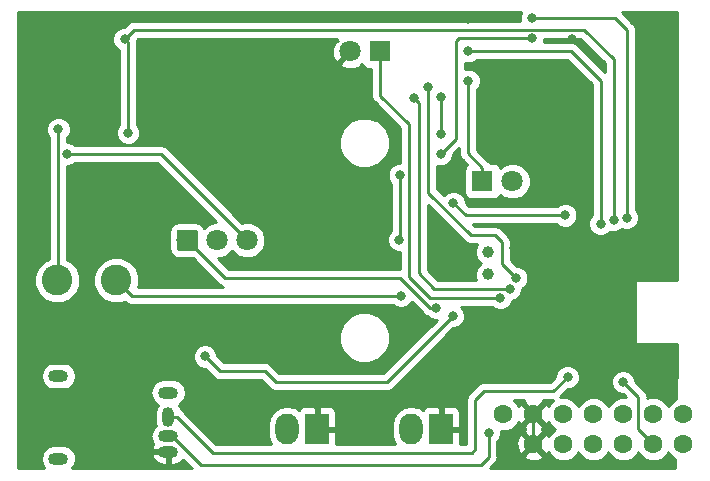
<source format=gbl>
G04 #@! TF.GenerationSoftware,KiCad,Pcbnew,5.0.2-bee76a0~70~ubuntu16.04.1*
G04 #@! TF.CreationDate,2019-02-05T22:35:56+05:30*
G04 #@! TF.ProjectId,senseBe_rev1,73656e73-6542-4655-9f72-6576312e6b69,rev?*
G04 #@! TF.SameCoordinates,Original*
G04 #@! TF.FileFunction,Copper,L2,Bot*
G04 #@! TF.FilePolarity,Positive*
%FSLAX46Y46*%
G04 Gerber Fmt 4.6, Leading zero omitted, Abs format (unit mm)*
G04 Created by KiCad (PCBNEW 5.0.2-bee76a0~70~ubuntu16.04.1) date Tue Feb  5 22:35:56 2019*
%MOMM*%
%LPD*%
G01*
G04 APERTURE LIST*
G04 #@! TA.AperFunction,Conductor*
%ADD10C,0.100000*%
G04 #@! TD*
G04 #@! TA.AperFunction,ComponentPad*
%ADD11C,1.800000*%
G04 #@! TD*
G04 #@! TA.AperFunction,ComponentPad*
%ADD12O,1.700000X1.000000*%
G04 #@! TD*
G04 #@! TA.AperFunction,ComponentPad*
%ADD13O,1.000000X1.700000*%
G04 #@! TD*
G04 #@! TA.AperFunction,ComponentPad*
%ADD14R,1.800000X1.800000*%
G04 #@! TD*
G04 #@! TA.AperFunction,WasherPad*
%ADD15C,1.600000*%
G04 #@! TD*
G04 #@! TA.AperFunction,ComponentPad*
%ADD16C,1.600000*%
G04 #@! TD*
G04 #@! TA.AperFunction,ComponentPad*
%ADD17O,2.000000X2.600000*%
G04 #@! TD*
G04 #@! TA.AperFunction,ComponentPad*
%ADD18R,2.000000X2.600000*%
G04 #@! TD*
G04 #@! TA.AperFunction,ComponentPad*
%ADD19C,1.000000*%
G04 #@! TD*
G04 #@! TA.AperFunction,ComponentPad*
%ADD20C,2.600000*%
G04 #@! TD*
G04 #@! TA.AperFunction,ViaPad*
%ADD21C,0.800000*%
G04 #@! TD*
G04 #@! TA.AperFunction,Conductor*
%ADD22C,0.250000*%
G04 #@! TD*
G04 #@! TA.AperFunction,Conductor*
%ADD23C,0.254000*%
G04 #@! TD*
G04 APERTURE END LIST*
D10*
G04 #@! TO.N,/RX_OUT*
G04 #@! TO.C,U2*
G36*
X15674324Y-19101205D02*
X15698612Y-19104808D01*
X15722429Y-19110774D01*
X15745547Y-19119045D01*
X15767743Y-19129543D01*
X15788804Y-19142166D01*
X15808525Y-19156793D01*
X15826718Y-19173282D01*
X15843207Y-19191475D01*
X15857834Y-19211196D01*
X15870457Y-19232257D01*
X15880955Y-19254453D01*
X15889226Y-19277571D01*
X15895192Y-19301388D01*
X15898795Y-19325676D01*
X15900000Y-19350200D01*
X15900000Y-20649800D01*
X15898795Y-20674324D01*
X15895192Y-20698612D01*
X15889226Y-20722429D01*
X15880955Y-20745547D01*
X15870457Y-20767743D01*
X15857834Y-20788804D01*
X15843207Y-20808525D01*
X15826718Y-20826718D01*
X15808525Y-20843207D01*
X15788804Y-20857834D01*
X15767743Y-20870457D01*
X15745547Y-20880955D01*
X15722429Y-20889226D01*
X15698612Y-20895192D01*
X15674324Y-20898795D01*
X15649800Y-20900000D01*
X14350200Y-20900000D01*
X14325676Y-20898795D01*
X14301388Y-20895192D01*
X14277571Y-20889226D01*
X14254453Y-20880955D01*
X14232257Y-20870457D01*
X14211196Y-20857834D01*
X14191475Y-20843207D01*
X14173282Y-20826718D01*
X14156793Y-20808525D01*
X14142166Y-20788804D01*
X14129543Y-20767743D01*
X14119045Y-20745547D01*
X14110774Y-20722429D01*
X14104808Y-20698612D01*
X14101205Y-20674324D01*
X14100000Y-20649800D01*
X14100000Y-19350200D01*
X14101205Y-19325676D01*
X14104808Y-19301388D01*
X14110774Y-19277571D01*
X14119045Y-19254453D01*
X14129543Y-19232257D01*
X14142166Y-19211196D01*
X14156793Y-19191475D01*
X14173282Y-19173282D01*
X14191475Y-19156793D01*
X14211196Y-19142166D01*
X14232257Y-19129543D01*
X14254453Y-19119045D01*
X14277571Y-19110774D01*
X14301388Y-19104808D01*
X14325676Y-19101205D01*
X14350200Y-19100000D01*
X15649800Y-19100000D01*
X15674324Y-19101205D01*
X15674324Y-19101205D01*
G37*
D11*
G04 #@! TD*
G04 #@! TO.P,U2,1*
G04 #@! TO.N,/RX_OUT*
X15000000Y-20000000D03*
G04 #@! TO.P,U2,2*
G04 #@! TO.N,Net-(Q4-Pad3)*
X17540000Y-20000000D03*
G04 #@! TO.P,U2,3*
G04 #@! TO.N,VDD*
X20080000Y-20000000D03*
G04 #@! TD*
D12*
G04 #@! TO.P,J1,1*
G04 #@! TO.N,GND*
X13400000Y-37900000D03*
D13*
G04 #@! TO.P,J1,2*
G04 #@! TO.N,/TRIGGER*
X13400000Y-35000000D03*
D12*
G04 #@! TO.P,J1,3*
G04 #@! TO.N,/FOCUS*
X13400000Y-36600000D03*
G04 #@! TO.P,J1,4*
G04 #@! TO.N,/TRIGGER*
X13400000Y-32900000D03*
G04 #@! TO.P,J1,*
G04 #@! TO.N,*
X4100000Y-38500000D03*
X4100000Y-31500000D03*
G04 #@! TD*
D11*
G04 #@! TO.P,D1,2*
G04 #@! TO.N,GND*
X28810000Y-4000000D03*
D14*
G04 #@! TO.P,D1,1*
G04 #@! TO.N,/LIGHT_SENSE*
X31350000Y-4000000D03*
G04 #@! TD*
G04 #@! TO.P,D4,1*
G04 #@! TO.N,Net-(D4-Pad1)*
X40000000Y-15000000D03*
D11*
G04 #@! TO.P,D4,2*
G04 #@! TO.N,/Sheet5C63BFE7/VLED*
X42540000Y-15000000D03*
G04 #@! TD*
D15*
G04 #@! TO.P,P1,*
G04 #@! TO.N,*
X41780000Y-34730000D03*
X57020000Y-37270000D03*
D16*
G04 #@! TO.P,P1,1*
G04 #@! TO.N,/SWDIO*
X54480000Y-34730000D03*
G04 #@! TO.P,P1,3*
G04 #@! TO.N,/SWDCLK*
X51940000Y-34730000D03*
G04 #@! TO.P,P1,5*
G04 #@! TO.N,/RESET*
X49400000Y-34730000D03*
G04 #@! TO.P,P1,7*
G04 #@! TO.N,/GPIO2*
X46860000Y-34730000D03*
G04 #@! TO.P,P1,9*
G04 #@! TO.N,GND*
X44320000Y-34730000D03*
G04 #@! TO.P,P1,10*
X44320000Y-37270000D03*
G04 #@! TO.P,P1,8*
G04 #@! TO.N,/RX*
X46860000Y-37270000D03*
G04 #@! TO.P,P1,6*
G04 #@! TO.N,/GPIO1*
X49400000Y-37270000D03*
G04 #@! TO.P,P1,4*
G04 #@! TO.N,VDD*
X51940000Y-37270000D03*
G04 #@! TO.P,P1,2*
G04 #@! TO.N,/TX*
X54480000Y-37270000D03*
D15*
G04 #@! TO.P,P1,*
G04 #@! TO.N,*
X57020000Y-34730000D03*
G04 #@! TD*
D17*
G04 #@! TO.P,SW1,2*
G04 #@! TO.N,Net-(Q1-Pad3)*
X23460000Y-36000000D03*
D18*
G04 #@! TO.P,SW1,1*
G04 #@! TO.N,GND*
X26000000Y-36000000D03*
G04 #@! TD*
G04 #@! TO.P,SW2,1*
G04 #@! TO.N,GND*
X36500000Y-36000000D03*
D17*
G04 #@! TO.P,SW2,2*
G04 #@! TO.N,/BUTTON*
X33960000Y-36000000D03*
G04 #@! TD*
D19*
G04 #@! TO.P,Y1,1*
G04 #@! TO.N,/LFCLK_XL1*
X40500000Y-21000000D03*
G04 #@! TO.P,Y1,2*
G04 #@! TO.N,/LFCLK_XL2*
X40500000Y-22900000D03*
G04 #@! TD*
D20*
G04 #@! TO.P,L3,1*
G04 #@! TO.N,Net-(L3-Pad1)*
X4000000Y-23400000D03*
G04 #@! TO.P,L3,2*
G04 #@! TO.N,/Sheet5C63BFE7/VLED*
X9000000Y-23400000D03*
G04 #@! TD*
D21*
G04 #@! TO.N,GND*
X4100000Y-3000000D03*
X41400000Y-12200000D03*
X46000000Y-12700000D03*
X47600000Y-3000000D03*
X20300000Y-3900000D03*
X20300000Y-7900000D03*
X38800000Y-1300000D03*
X23300000Y-21800000D03*
X18700000Y-30100000D03*
X20800000Y-35000000D03*
X36600000Y-20800000D03*
X8700000Y-11000000D03*
X43900000Y-30400000D03*
X42700000Y-20700000D03*
X42700000Y-19500000D03*
X43900000Y-19500000D03*
X42700000Y-30400000D03*
X42700000Y-29200000D03*
X55800000Y-22800000D03*
X55800000Y-21900000D03*
X54900000Y-21900000D03*
X54900000Y-22800000D03*
X55800000Y-18725000D03*
X54812653Y-18725000D03*
X55800000Y-31400000D03*
X54925000Y-31400000D03*
X51816000Y-22733000D03*
X51816000Y-25400000D03*
X51816000Y-27432000D03*
X47371000Y-27051000D03*
X49403000Y-24892000D03*
X46736000Y-23368000D03*
X53900000Y-12446000D03*
X47625000Y-6477000D03*
X22479000Y-13335000D03*
G04 #@! TO.N,VDD*
X4825000Y-12700000D03*
X37536724Y-16863276D03*
X47000000Y-17900000D03*
G04 #@! TO.N,/Sheet5C63BFE7/VLED*
X33100000Y-24700000D03*
G04 #@! TO.N,/LIGHT_SENSE*
X41500000Y-24900000D03*
G04 #@! TO.N,Net-(D2-Pad4)*
X36500000Y-11000000D03*
X36500000Y-7900000D03*
X33000000Y-14500000D03*
X32974840Y-19974840D03*
G04 #@! TO.N,Net-(D2-Pad2)*
X44200000Y-2900000D03*
X36500000Y-12700000D03*
G04 #@! TO.N,Net-(D4-Pad1)*
X38800000Y-6500000D03*
G04 #@! TO.N,Net-(L3-Pad1)*
X4100000Y-10600000D03*
G04 #@! TO.N,/TX*
X51900000Y-32000000D03*
G04 #@! TO.N,/RX_EN*
X37500000Y-26425000D03*
X16510000Y-29845000D03*
G04 #@! TO.N,/RX_OUT*
X36100000Y-25700000D03*
G04 #@! TO.N,/FOCUS*
X40513000Y-36322000D03*
G04 #@! TO.N,/TRIGGER*
X47200000Y-31600000D03*
G04 #@! TO.N,/LIGHT_SENSE_EN*
X50000000Y-18600000D03*
X38800000Y-4000000D03*
G04 #@! TO.N,/IR_LED_EN*
X52200000Y-18100000D03*
X44200000Y-1200000D03*
G04 #@! TO.N,/PWR1*
X42852463Y-23204321D03*
X35400000Y-7000000D03*
G04 #@! TO.N,/PWR2*
X42300000Y-24100000D03*
X34200000Y-8000000D03*
G04 #@! TO.N,/REG_EN*
X10000000Y-10900000D03*
X9700000Y-3000000D03*
X51100000Y-18300000D03*
G04 #@! TD*
D22*
G04 #@! TO.N,GND*
X44320000Y-35861370D02*
X44320000Y-37270000D01*
X44320000Y-34730000D02*
X44320000Y-35861370D01*
X42700000Y-29200000D02*
X42700000Y-30400000D01*
X43900000Y-30400000D02*
X42700000Y-30400000D01*
X42700000Y-29200000D02*
X43900000Y-30400000D01*
X42700000Y-20700000D02*
X42700000Y-19500000D01*
X42700000Y-19500000D02*
X43900000Y-19500000D01*
X43900000Y-19500000D02*
X42700000Y-20700000D01*
X55800000Y-21900000D02*
X55800000Y-22800000D01*
X55800000Y-21900000D02*
X54900000Y-21900000D01*
X54900000Y-21900000D02*
X54900000Y-22800000D01*
X54900000Y-22800000D02*
X55800000Y-22800000D01*
X55800000Y-18725000D02*
X54812653Y-18725000D01*
X55800000Y-31400000D02*
X54925000Y-31400000D01*
X54334315Y-22800000D02*
X54140315Y-22606000D01*
X54900000Y-22800000D02*
X54334315Y-22800000D01*
X51943000Y-22606000D02*
X51816000Y-22733000D01*
X54140315Y-22606000D02*
X51943000Y-22606000D01*
X51816000Y-22733000D02*
X51816000Y-25400000D01*
X51816000Y-25400000D02*
X51816000Y-27432000D01*
X47752000Y-27432000D02*
X47371000Y-27051000D01*
X51816000Y-27432000D02*
X47752000Y-27432000D01*
X49403000Y-25019000D02*
X49403000Y-24892000D01*
X47371000Y-27051000D02*
X49403000Y-25019000D01*
X49403000Y-24892000D02*
X48260000Y-24892000D01*
X48260000Y-24892000D02*
X46736000Y-23368000D01*
X20300000Y-11156000D02*
X22479000Y-13335000D01*
X20300000Y-7900000D02*
X20300000Y-11156000D01*
X22479000Y-20979000D02*
X23300000Y-21800000D01*
X22479000Y-13335000D02*
X22479000Y-20979000D01*
G04 #@! TO.N,VDD*
X12780000Y-12700000D02*
X4825000Y-12700000D01*
X20080000Y-20000000D02*
X12780000Y-12700000D01*
X38573448Y-17900000D02*
X47000000Y-17900000D01*
X37536724Y-16863276D02*
X38573448Y-17900000D01*
G04 #@! TO.N,/Sheet5C63BFE7/VLED*
X10300000Y-24700000D02*
X33100000Y-24700000D01*
X9000000Y-23400000D02*
X10300000Y-24700000D01*
G04 #@! TO.N,/LIGHT_SENSE*
X35600000Y-24900000D02*
X41500000Y-24900000D01*
X33800000Y-10200000D02*
X33800000Y-23100000D01*
X33800000Y-23100000D02*
X35600000Y-24900000D01*
X31350000Y-7750000D02*
X33800000Y-10200000D01*
X31350000Y-4000000D02*
X31350000Y-7750000D01*
G04 #@! TO.N,Net-(D2-Pad4)*
X36500000Y-11000000D02*
X36500000Y-7900000D01*
X33000000Y-14500000D02*
X33000000Y-19949680D01*
X33000000Y-19949680D02*
X32974840Y-19974840D01*
G04 #@! TO.N,Net-(D2-Pad2)*
X44200000Y-2900000D02*
X38000000Y-2900000D01*
X37774999Y-11425001D02*
X36500000Y-12700000D01*
X37774999Y-3125001D02*
X37774999Y-11425001D01*
X38000000Y-2900000D02*
X37774999Y-3125001D01*
G04 #@! TO.N,Net-(D4-Pad1)*
X40000000Y-13850000D02*
X38800000Y-12650000D01*
X40000000Y-15000000D02*
X40000000Y-13850000D01*
X38800000Y-12650000D02*
X38800000Y-6500000D01*
G04 #@! TO.N,Net-(L3-Pad1)*
X4100000Y-23300000D02*
X4000000Y-23400000D01*
X4100000Y-10600000D02*
X4100000Y-23300000D01*
G04 #@! TO.N,/TX*
X54480000Y-37270000D02*
X53200000Y-35990000D01*
X53200000Y-33300000D02*
X51900000Y-32000000D01*
X53200000Y-35990000D02*
X53200000Y-33300000D01*
G04 #@! TO.N,Net-(Q4-Pad3)*
X17600000Y-20060000D02*
X17540000Y-20000000D01*
G04 #@! TO.N,/RX_EN*
X37500000Y-26425000D02*
X31921000Y-32004000D01*
X31921000Y-32004000D02*
X22479000Y-32004000D01*
X22479000Y-32004000D02*
X21590000Y-31115000D01*
X21590000Y-31115000D02*
X17780000Y-31115000D01*
X17780000Y-31115000D02*
X16510000Y-29845000D01*
G04 #@! TO.N,/RX_OUT*
X33034315Y-23200000D02*
X18200000Y-23200000D01*
X35534315Y-25700000D02*
X33034315Y-23200000D01*
X36100000Y-25700000D02*
X35534315Y-25700000D01*
X18200000Y-23200000D02*
X15000000Y-20000000D01*
G04 #@! TO.N,/FOCUS*
X13750000Y-36600000D02*
X13400000Y-36600000D01*
X40513000Y-38354000D02*
X39867000Y-39000000D01*
X40513000Y-36322000D02*
X40513000Y-38354000D01*
X39867000Y-39000000D02*
X16150000Y-39000000D01*
X16150000Y-39000000D02*
X13750000Y-36600000D01*
G04 #@! TO.N,/TRIGGER*
X46000000Y-32800000D02*
X47200000Y-31600000D01*
X39370000Y-33528000D02*
X40098000Y-32800000D01*
X39370000Y-37719000D02*
X39370000Y-33528000D01*
X13400000Y-35000000D02*
X14150000Y-35000000D01*
X40098000Y-32800000D02*
X46000000Y-32800000D01*
X14150000Y-35000000D02*
X17150000Y-38000000D01*
X17150000Y-38000000D02*
X39100000Y-38000000D01*
X39100000Y-37989000D02*
X39370000Y-37719000D01*
X39100000Y-38000000D02*
X39100000Y-37989000D01*
G04 #@! TO.N,/LIGHT_SENSE_EN*
X50000000Y-18600000D02*
X50000000Y-6500000D01*
X47500000Y-4000000D02*
X38800000Y-4000000D01*
X50000000Y-6500000D02*
X47500000Y-4000000D01*
G04 #@! TO.N,/IR_LED_EN*
X52200000Y-18100000D02*
X52200000Y-2200000D01*
X51200000Y-1200000D02*
X44200000Y-1200000D01*
X52200000Y-2200000D02*
X51200000Y-1200000D01*
G04 #@! TO.N,/PWR1*
X41656000Y-22007858D02*
X42852463Y-23204321D01*
X41656000Y-20193000D02*
X41656000Y-22007858D01*
X35400000Y-7000000D02*
X35400000Y-15969000D01*
X38989000Y-19558000D02*
X41021000Y-19558000D01*
X35400000Y-15969000D02*
X38989000Y-19558000D01*
X41021000Y-19558000D02*
X41656000Y-20193000D01*
G04 #@! TO.N,/PWR2*
X42300000Y-24100000D02*
X35900000Y-24100000D01*
X35900000Y-24100000D02*
X34600000Y-22800000D01*
X34600000Y-22800000D02*
X34600000Y-8400000D01*
X34600000Y-8400000D02*
X34200000Y-8000000D01*
G04 #@! TO.N,/REG_EN*
X10000000Y-3300000D02*
X9700000Y-3000000D01*
X10000000Y-10900000D02*
X10000000Y-3300000D01*
X51100000Y-18300000D02*
X51100000Y-4700000D01*
X10099999Y-2600001D02*
X9700000Y-3000000D01*
X10525001Y-2174999D02*
X10099999Y-2600001D01*
X48574999Y-2174999D02*
X10525001Y-2174999D01*
X51100000Y-4700000D02*
X48574999Y-2174999D01*
G04 #@! TD*
D23*
G04 #@! TO.N,GND*
G36*
X43165000Y-994126D02*
X43165000Y-1405874D01*
X43168780Y-1414999D01*
X10599849Y-1414999D01*
X10525001Y-1400111D01*
X10450153Y-1414999D01*
X10450149Y-1414999D01*
X10228464Y-1459095D01*
X9977072Y-1627070D01*
X9934670Y-1690529D01*
X9660199Y-1965000D01*
X9494126Y-1965000D01*
X9113720Y-2122569D01*
X8822569Y-2413720D01*
X8665000Y-2794126D01*
X8665000Y-3205874D01*
X8822569Y-3586280D01*
X9113720Y-3877431D01*
X9240001Y-3929738D01*
X9240000Y-10196289D01*
X9122569Y-10313720D01*
X8965000Y-10694126D01*
X8965000Y-11105874D01*
X9122569Y-11486280D01*
X9413720Y-11777431D01*
X9794126Y-11935000D01*
X10205874Y-11935000D01*
X10586280Y-11777431D01*
X10877431Y-11486280D01*
X10944101Y-11325322D01*
X27865000Y-11325322D01*
X27865000Y-12174678D01*
X28190034Y-12959380D01*
X28790620Y-13559966D01*
X29575322Y-13885000D01*
X30424678Y-13885000D01*
X31209380Y-13559966D01*
X31809966Y-12959380D01*
X32135000Y-12174678D01*
X32135000Y-11325322D01*
X31809966Y-10540620D01*
X31209380Y-9940034D01*
X30424678Y-9615000D01*
X29575322Y-9615000D01*
X28790620Y-9940034D01*
X28190034Y-10540620D01*
X27865000Y-11325322D01*
X10944101Y-11325322D01*
X11035000Y-11105874D01*
X11035000Y-10694126D01*
X10877431Y-10313720D01*
X10760000Y-10196289D01*
X10760000Y-3374846D01*
X10774888Y-3299999D01*
X10760000Y-3225152D01*
X10760000Y-3225148D01*
X10735000Y-3099465D01*
X10735000Y-3039801D01*
X10839802Y-2934999D01*
X27665173Y-2934999D01*
X27615282Y-2984890D01*
X27729839Y-3099447D01*
X27473357Y-3185852D01*
X27263542Y-3759336D01*
X27289161Y-4369460D01*
X27473357Y-4814148D01*
X27729841Y-4900554D01*
X28630395Y-4000000D01*
X28616253Y-3985858D01*
X28795858Y-3806253D01*
X28810000Y-3820395D01*
X28824143Y-3806253D01*
X29003748Y-3985858D01*
X28989605Y-4000000D01*
X29003748Y-4014143D01*
X28824143Y-4193748D01*
X28810000Y-4179605D01*
X27909446Y-5080159D01*
X27995852Y-5336643D01*
X28569336Y-5546458D01*
X29179460Y-5520839D01*
X29624148Y-5336643D01*
X29710553Y-5080161D01*
X29825110Y-5194718D01*
X29859942Y-5159886D01*
X29992191Y-5357809D01*
X30202235Y-5498157D01*
X30450000Y-5547440D01*
X30590000Y-5547440D01*
X30590001Y-7675148D01*
X30575112Y-7750000D01*
X30634097Y-8046537D01*
X30740563Y-8205874D01*
X30802072Y-8297929D01*
X30865528Y-8340329D01*
X33040000Y-10514802D01*
X33040000Y-13465000D01*
X32794126Y-13465000D01*
X32413720Y-13622569D01*
X32122569Y-13913720D01*
X31965000Y-14294126D01*
X31965000Y-14705874D01*
X32122569Y-15086280D01*
X32240000Y-15203711D01*
X32240001Y-19245968D01*
X32097409Y-19388560D01*
X31939840Y-19768966D01*
X31939840Y-20180714D01*
X32097409Y-20561120D01*
X32388560Y-20852271D01*
X32768966Y-21009840D01*
X33040001Y-21009840D01*
X33040001Y-22426243D01*
X33034315Y-22425112D01*
X32959468Y-22440000D01*
X18514803Y-22440000D01*
X17609802Y-21535000D01*
X17845330Y-21535000D01*
X18409507Y-21301310D01*
X18810000Y-20900817D01*
X19210493Y-21301310D01*
X19774670Y-21535000D01*
X20385330Y-21535000D01*
X20949507Y-21301310D01*
X21381310Y-20869507D01*
X21615000Y-20305330D01*
X21615000Y-19694670D01*
X21381310Y-19130493D01*
X20949507Y-18698690D01*
X20385330Y-18465000D01*
X19774670Y-18465000D01*
X19665162Y-18510360D01*
X13370331Y-12215530D01*
X13327929Y-12152071D01*
X13076537Y-11984096D01*
X12854852Y-11940000D01*
X12854847Y-11940000D01*
X12780000Y-11925112D01*
X12705153Y-11940000D01*
X5528711Y-11940000D01*
X5411280Y-11822569D01*
X5030874Y-11665000D01*
X4860000Y-11665000D01*
X4860000Y-11303711D01*
X4977431Y-11186280D01*
X5135000Y-10805874D01*
X5135000Y-10394126D01*
X4977431Y-10013720D01*
X4686280Y-9722569D01*
X4305874Y-9565000D01*
X3894126Y-9565000D01*
X3513720Y-9722569D01*
X3222569Y-10013720D01*
X3065000Y-10394126D01*
X3065000Y-10805874D01*
X3222569Y-11186280D01*
X3340000Y-11303711D01*
X3340001Y-21578952D01*
X2903910Y-21759586D01*
X2359586Y-22303910D01*
X2065000Y-23015105D01*
X2065000Y-23784895D01*
X2359586Y-24496090D01*
X2903910Y-25040414D01*
X3615105Y-25335000D01*
X4384895Y-25335000D01*
X5096090Y-25040414D01*
X5640414Y-24496090D01*
X5935000Y-23784895D01*
X5935000Y-23015105D01*
X5640414Y-22303910D01*
X5096090Y-21759586D01*
X4860000Y-21661795D01*
X4860000Y-13735000D01*
X5030874Y-13735000D01*
X5411280Y-13577431D01*
X5528711Y-13460000D01*
X12465199Y-13460000D01*
X17470198Y-18465000D01*
X17234670Y-18465000D01*
X16670493Y-18698690D01*
X16432401Y-18936782D01*
X16284527Y-18715473D01*
X15993312Y-18520889D01*
X15649800Y-18452560D01*
X14350200Y-18452560D01*
X14006688Y-18520889D01*
X13715473Y-18715473D01*
X13520889Y-19006688D01*
X13452560Y-19350200D01*
X13452560Y-20649800D01*
X13520889Y-20993312D01*
X13715473Y-21284527D01*
X14006688Y-21479111D01*
X14350200Y-21547440D01*
X15472638Y-21547440D01*
X17609673Y-23684476D01*
X17652071Y-23747929D01*
X17715524Y-23790327D01*
X17715526Y-23790329D01*
X17763777Y-23822569D01*
X17903463Y-23915904D01*
X18024601Y-23940000D01*
X10870754Y-23940000D01*
X10935000Y-23784895D01*
X10935000Y-23015105D01*
X10640414Y-22303910D01*
X10096090Y-21759586D01*
X9384895Y-21465000D01*
X8615105Y-21465000D01*
X7903910Y-21759586D01*
X7359586Y-22303910D01*
X7065000Y-23015105D01*
X7065000Y-23784895D01*
X7359586Y-24496090D01*
X7903910Y-25040414D01*
X8615105Y-25335000D01*
X9384895Y-25335000D01*
X9718045Y-25197005D01*
X9752071Y-25247929D01*
X10003463Y-25415904D01*
X10225148Y-25460000D01*
X10225152Y-25460000D01*
X10300000Y-25474888D01*
X10374848Y-25460000D01*
X32396289Y-25460000D01*
X32513720Y-25577431D01*
X32894126Y-25735000D01*
X33305874Y-25735000D01*
X33686280Y-25577431D01*
X33977431Y-25286280D01*
X33997454Y-25237940D01*
X34943986Y-26184473D01*
X34986386Y-26247929D01*
X35237778Y-26415904D01*
X35380603Y-26444314D01*
X35513720Y-26577431D01*
X35894126Y-26735000D01*
X36115197Y-26735000D01*
X31606199Y-31244000D01*
X22793802Y-31244000D01*
X22180331Y-30630530D01*
X22137929Y-30567071D01*
X21886537Y-30399096D01*
X21664852Y-30355000D01*
X21664847Y-30355000D01*
X21590000Y-30340112D01*
X21515153Y-30355000D01*
X18094802Y-30355000D01*
X17545000Y-29805199D01*
X17545000Y-29639126D01*
X17387431Y-29258720D01*
X17096280Y-28967569D01*
X16715874Y-28810000D01*
X16304126Y-28810000D01*
X15923720Y-28967569D01*
X15632569Y-29258720D01*
X15475000Y-29639126D01*
X15475000Y-30050874D01*
X15632569Y-30431280D01*
X15923720Y-30722431D01*
X16304126Y-30880000D01*
X16470199Y-30880000D01*
X17189670Y-31599472D01*
X17232071Y-31662929D01*
X17483463Y-31830904D01*
X17705148Y-31875000D01*
X17705152Y-31875000D01*
X17779999Y-31889888D01*
X17854846Y-31875000D01*
X21275199Y-31875000D01*
X21888671Y-32488473D01*
X21931071Y-32551929D01*
X22182463Y-32719904D01*
X22404148Y-32764000D01*
X22404153Y-32764000D01*
X22479000Y-32778888D01*
X22553847Y-32764000D01*
X31846153Y-32764000D01*
X31921000Y-32778888D01*
X31995847Y-32764000D01*
X31995852Y-32764000D01*
X32217537Y-32719904D01*
X32468929Y-32551929D01*
X32511331Y-32488470D01*
X37539803Y-27460000D01*
X37705874Y-27460000D01*
X38086280Y-27302431D01*
X38377431Y-27011280D01*
X38535000Y-26630874D01*
X38535000Y-26219126D01*
X38377431Y-25838720D01*
X38198711Y-25660000D01*
X40796289Y-25660000D01*
X40913720Y-25777431D01*
X41294126Y-25935000D01*
X41705874Y-25935000D01*
X42086280Y-25777431D01*
X42377431Y-25486280D01*
X42526469Y-25126469D01*
X42886280Y-24977431D01*
X43177431Y-24686280D01*
X43335000Y-24305874D01*
X43335000Y-24124724D01*
X43438743Y-24081752D01*
X43729894Y-23790601D01*
X43887463Y-23410195D01*
X43887463Y-22998447D01*
X43729894Y-22618041D01*
X43438743Y-22326890D01*
X43058337Y-22169321D01*
X42892265Y-22169321D01*
X42416000Y-21693057D01*
X42416000Y-20267848D01*
X42430888Y-20193000D01*
X42416000Y-20118152D01*
X42416000Y-20118148D01*
X42371904Y-19896463D01*
X42203929Y-19645071D01*
X42140473Y-19602671D01*
X41611331Y-19073530D01*
X41568929Y-19010071D01*
X41317537Y-18842096D01*
X41095852Y-18798000D01*
X41095847Y-18798000D01*
X41021000Y-18783112D01*
X40946153Y-18798000D01*
X39303803Y-18798000D01*
X39165803Y-18660000D01*
X46296289Y-18660000D01*
X46413720Y-18777431D01*
X46794126Y-18935000D01*
X47205874Y-18935000D01*
X47586280Y-18777431D01*
X47877431Y-18486280D01*
X48035000Y-18105874D01*
X48035000Y-17694126D01*
X47877431Y-17313720D01*
X47586280Y-17022569D01*
X47205874Y-16865000D01*
X46794126Y-16865000D01*
X46413720Y-17022569D01*
X46296289Y-17140000D01*
X38888250Y-17140000D01*
X38571724Y-16823475D01*
X38571724Y-16657402D01*
X38414155Y-16276996D01*
X38123004Y-15985845D01*
X37742598Y-15828276D01*
X37330850Y-15828276D01*
X36950444Y-15985845D01*
X36721045Y-16215244D01*
X36160000Y-15654199D01*
X36160000Y-13679443D01*
X36294126Y-13735000D01*
X36705874Y-13735000D01*
X37086280Y-13577431D01*
X37377431Y-13286280D01*
X37535000Y-12905874D01*
X37535000Y-12739801D01*
X38040000Y-12234802D01*
X38040000Y-12575153D01*
X38025112Y-12650000D01*
X38040000Y-12724847D01*
X38040000Y-12724851D01*
X38084096Y-12946536D01*
X38252071Y-13197929D01*
X38315530Y-13240331D01*
X38687269Y-13612071D01*
X38642191Y-13642191D01*
X38501843Y-13852235D01*
X38452560Y-14100000D01*
X38452560Y-15900000D01*
X38501843Y-16147765D01*
X38642191Y-16357809D01*
X38852235Y-16498157D01*
X39100000Y-16547440D01*
X40900000Y-16547440D01*
X41147765Y-16498157D01*
X41357809Y-16357809D01*
X41498157Y-16147765D01*
X41501275Y-16132092D01*
X41670493Y-16301310D01*
X42234670Y-16535000D01*
X42845330Y-16535000D01*
X43409507Y-16301310D01*
X43841310Y-15869507D01*
X44075000Y-15305330D01*
X44075000Y-14694670D01*
X43841310Y-14130493D01*
X43409507Y-13698690D01*
X42845330Y-13465000D01*
X42234670Y-13465000D01*
X41670493Y-13698690D01*
X41501275Y-13867908D01*
X41498157Y-13852235D01*
X41357809Y-13642191D01*
X41147765Y-13501843D01*
X40900000Y-13452560D01*
X40648483Y-13452560D01*
X40547929Y-13302071D01*
X40484473Y-13259671D01*
X39560000Y-12335199D01*
X39560000Y-7203711D01*
X39677431Y-7086280D01*
X39835000Y-6705874D01*
X39835000Y-6294126D01*
X39677431Y-5913720D01*
X39386280Y-5622569D01*
X39005874Y-5465000D01*
X38594126Y-5465000D01*
X38534999Y-5489491D01*
X38534999Y-5010509D01*
X38594126Y-5035000D01*
X39005874Y-5035000D01*
X39386280Y-4877431D01*
X39503711Y-4760000D01*
X47185199Y-4760000D01*
X49240001Y-6814803D01*
X49240000Y-17896289D01*
X49122569Y-18013720D01*
X48965000Y-18394126D01*
X48965000Y-18805874D01*
X49122569Y-19186280D01*
X49413720Y-19477431D01*
X49794126Y-19635000D01*
X50205874Y-19635000D01*
X50586280Y-19477431D01*
X50777160Y-19286551D01*
X50894126Y-19335000D01*
X51305874Y-19335000D01*
X51686280Y-19177431D01*
X51806449Y-19057262D01*
X51994126Y-19135000D01*
X52405874Y-19135000D01*
X52786280Y-18977431D01*
X53077431Y-18686280D01*
X53235000Y-18305874D01*
X53235000Y-17894126D01*
X53077431Y-17513720D01*
X52960000Y-17396289D01*
X52960000Y-2274848D01*
X52974888Y-2200000D01*
X52960000Y-2125152D01*
X52960000Y-2125148D01*
X52915904Y-1903463D01*
X52747929Y-1652071D01*
X52684473Y-1609671D01*
X51790331Y-715530D01*
X51786636Y-710000D01*
X56473000Y-710000D01*
X56473000Y-23373000D01*
X53000000Y-23373000D01*
X52951399Y-23382667D01*
X52910197Y-23410197D01*
X52882667Y-23451399D01*
X52873000Y-23500000D01*
X52873000Y-28700000D01*
X52882667Y-28748601D01*
X52910197Y-28789803D01*
X52951399Y-28817333D01*
X53000000Y-28827000D01*
X56473000Y-28827000D01*
X56473000Y-30098722D01*
X56405677Y-33431229D01*
X56207138Y-33513466D01*
X55803466Y-33917138D01*
X55750000Y-34046216D01*
X55696534Y-33917138D01*
X55292862Y-33513466D01*
X54765439Y-33295000D01*
X54194561Y-33295000D01*
X53960000Y-33392158D01*
X53960000Y-33374848D01*
X53974888Y-33300000D01*
X53960000Y-33225152D01*
X53960000Y-33225148D01*
X53915904Y-33003463D01*
X53747929Y-32752071D01*
X53684473Y-32709671D01*
X52935000Y-31960199D01*
X52935000Y-31794126D01*
X52777431Y-31413720D01*
X52486280Y-31122569D01*
X52105874Y-30965000D01*
X51694126Y-30965000D01*
X51313720Y-31122569D01*
X51022569Y-31413720D01*
X50865000Y-31794126D01*
X50865000Y-32205874D01*
X51022569Y-32586280D01*
X51313720Y-32877431D01*
X51694126Y-33035000D01*
X51860199Y-33035000D01*
X52120198Y-33295000D01*
X51654561Y-33295000D01*
X51127138Y-33513466D01*
X50723466Y-33917138D01*
X50670000Y-34046216D01*
X50616534Y-33917138D01*
X50212862Y-33513466D01*
X49685439Y-33295000D01*
X49114561Y-33295000D01*
X48587138Y-33513466D01*
X48183466Y-33917138D01*
X48130000Y-34046216D01*
X48076534Y-33917138D01*
X47672862Y-33513466D01*
X47145439Y-33295000D01*
X46583295Y-33295000D01*
X46590331Y-33284470D01*
X47239802Y-32635000D01*
X47405874Y-32635000D01*
X47786280Y-32477431D01*
X48077431Y-32186280D01*
X48235000Y-31805874D01*
X48235000Y-31394126D01*
X48077431Y-31013720D01*
X47786280Y-30722569D01*
X47405874Y-30565000D01*
X46994126Y-30565000D01*
X46613720Y-30722569D01*
X46322569Y-31013720D01*
X46165000Y-31394126D01*
X46165000Y-31560198D01*
X45685199Y-32040000D01*
X40172846Y-32040000D01*
X40097999Y-32025112D01*
X40023152Y-32040000D01*
X40023148Y-32040000D01*
X39801463Y-32084096D01*
X39801461Y-32084097D01*
X39801462Y-32084097D01*
X39613526Y-32209671D01*
X39613524Y-32209673D01*
X39550071Y-32252071D01*
X39507672Y-32315525D01*
X38885527Y-32937672D01*
X38822072Y-32980071D01*
X38779672Y-33043527D01*
X38779671Y-33043528D01*
X38654097Y-33231463D01*
X38595112Y-33528000D01*
X38610001Y-33602852D01*
X38610000Y-37240000D01*
X38135000Y-37240000D01*
X38135000Y-36285750D01*
X37976250Y-36127000D01*
X36627000Y-36127000D01*
X36627000Y-36147000D01*
X36373000Y-36147000D01*
X36373000Y-36127000D01*
X36353000Y-36127000D01*
X36353000Y-35873000D01*
X36373000Y-35873000D01*
X36373000Y-34223750D01*
X36627000Y-34223750D01*
X36627000Y-35873000D01*
X37976250Y-35873000D01*
X38135000Y-35714250D01*
X38135000Y-34573690D01*
X38038327Y-34340301D01*
X37859698Y-34161673D01*
X37626309Y-34065000D01*
X36785750Y-34065000D01*
X36627000Y-34223750D01*
X36373000Y-34223750D01*
X36214250Y-34065000D01*
X35373691Y-34065000D01*
X35140302Y-34161673D01*
X34961673Y-34340301D01*
X34941365Y-34389330D01*
X34597945Y-34159864D01*
X33960000Y-34032969D01*
X33322056Y-34159864D01*
X32781231Y-34521231D01*
X32419864Y-35062055D01*
X32325000Y-35538969D01*
X32325000Y-36461030D01*
X32419864Y-36937944D01*
X32621691Y-37240000D01*
X27635000Y-37240000D01*
X27635000Y-36285750D01*
X27476250Y-36127000D01*
X26127000Y-36127000D01*
X26127000Y-36147000D01*
X25873000Y-36147000D01*
X25873000Y-36127000D01*
X25853000Y-36127000D01*
X25853000Y-35873000D01*
X25873000Y-35873000D01*
X25873000Y-34223750D01*
X26127000Y-34223750D01*
X26127000Y-35873000D01*
X27476250Y-35873000D01*
X27635000Y-35714250D01*
X27635000Y-34573690D01*
X27538327Y-34340301D01*
X27359698Y-34161673D01*
X27126309Y-34065000D01*
X26285750Y-34065000D01*
X26127000Y-34223750D01*
X25873000Y-34223750D01*
X25714250Y-34065000D01*
X24873691Y-34065000D01*
X24640302Y-34161673D01*
X24461673Y-34340301D01*
X24441365Y-34389330D01*
X24097945Y-34159864D01*
X23460000Y-34032969D01*
X22822056Y-34159864D01*
X22281231Y-34521231D01*
X21919864Y-35062055D01*
X21825000Y-35538969D01*
X21825000Y-36461030D01*
X21919864Y-36937944D01*
X22121691Y-37240000D01*
X17464802Y-37240000D01*
X14740331Y-34515530D01*
X14697929Y-34452071D01*
X14490264Y-34313314D01*
X14469146Y-34207145D01*
X14273925Y-33914977D01*
X14568289Y-33718289D01*
X14819146Y-33342855D01*
X14907235Y-32900000D01*
X14819146Y-32457145D01*
X14568289Y-32081711D01*
X14192855Y-31830854D01*
X13861783Y-31765000D01*
X12938217Y-31765000D01*
X12607145Y-31830854D01*
X12231711Y-32081711D01*
X11980854Y-32457145D01*
X11892765Y-32900000D01*
X11980854Y-33342855D01*
X12231711Y-33718289D01*
X12526075Y-33914977D01*
X12330854Y-34207145D01*
X12265000Y-34538217D01*
X12265000Y-35461782D01*
X12317266Y-35724545D01*
X12231711Y-35781711D01*
X11980854Y-36157145D01*
X11892765Y-36600000D01*
X11980854Y-37042855D01*
X12123616Y-37256514D01*
X11955881Y-37598126D01*
X12082046Y-37773000D01*
X13273000Y-37773000D01*
X13273000Y-37753000D01*
X13527000Y-37753000D01*
X13527000Y-37773000D01*
X13547000Y-37773000D01*
X13547000Y-38027000D01*
X13527000Y-38027000D01*
X13527000Y-39035000D01*
X13877000Y-39035000D01*
X14301678Y-38900002D01*
X14642368Y-38612763D01*
X14657383Y-38582184D01*
X15365198Y-39290000D01*
X5287191Y-39290000D01*
X5519146Y-38942855D01*
X5607235Y-38500000D01*
X5547935Y-38201874D01*
X11955881Y-38201874D01*
X12157632Y-38612763D01*
X12498322Y-38900002D01*
X12923000Y-39035000D01*
X13273000Y-39035000D01*
X13273000Y-38027000D01*
X12082046Y-38027000D01*
X11955881Y-38201874D01*
X5547935Y-38201874D01*
X5519146Y-38057145D01*
X5268289Y-37681711D01*
X4892855Y-37430854D01*
X4561783Y-37365000D01*
X3638217Y-37365000D01*
X3307145Y-37430854D01*
X2931711Y-37681711D01*
X2680854Y-38057145D01*
X2592765Y-38500000D01*
X2680854Y-38942855D01*
X2912809Y-39290000D01*
X710000Y-39290000D01*
X710000Y-31500000D01*
X2592765Y-31500000D01*
X2680854Y-31942855D01*
X2931711Y-32318289D01*
X3307145Y-32569146D01*
X3638217Y-32635000D01*
X4561783Y-32635000D01*
X4892855Y-32569146D01*
X5268289Y-32318289D01*
X5519146Y-31942855D01*
X5607235Y-31500000D01*
X5519146Y-31057145D01*
X5268289Y-30681711D01*
X4892855Y-30430854D01*
X4561783Y-30365000D01*
X3638217Y-30365000D01*
X3307145Y-30430854D01*
X2931711Y-30681711D01*
X2680854Y-31057145D01*
X2592765Y-31500000D01*
X710000Y-31500000D01*
X710000Y-27825322D01*
X27865000Y-27825322D01*
X27865000Y-28674678D01*
X28190034Y-29459380D01*
X28790620Y-30059966D01*
X29575322Y-30385000D01*
X30424678Y-30385000D01*
X31209380Y-30059966D01*
X31809966Y-29459380D01*
X32135000Y-28674678D01*
X32135000Y-27825322D01*
X31809966Y-27040620D01*
X31209380Y-26440034D01*
X30424678Y-26115000D01*
X29575322Y-26115000D01*
X28790620Y-26440034D01*
X28190034Y-27040620D01*
X27865000Y-27825322D01*
X710000Y-27825322D01*
X710000Y-710000D01*
X43282689Y-710000D01*
X43165000Y-994126D01*
X43165000Y-994126D01*
G37*
X43165000Y-994126D02*
X43165000Y-1405874D01*
X43168780Y-1414999D01*
X10599849Y-1414999D01*
X10525001Y-1400111D01*
X10450153Y-1414999D01*
X10450149Y-1414999D01*
X10228464Y-1459095D01*
X9977072Y-1627070D01*
X9934670Y-1690529D01*
X9660199Y-1965000D01*
X9494126Y-1965000D01*
X9113720Y-2122569D01*
X8822569Y-2413720D01*
X8665000Y-2794126D01*
X8665000Y-3205874D01*
X8822569Y-3586280D01*
X9113720Y-3877431D01*
X9240001Y-3929738D01*
X9240000Y-10196289D01*
X9122569Y-10313720D01*
X8965000Y-10694126D01*
X8965000Y-11105874D01*
X9122569Y-11486280D01*
X9413720Y-11777431D01*
X9794126Y-11935000D01*
X10205874Y-11935000D01*
X10586280Y-11777431D01*
X10877431Y-11486280D01*
X10944101Y-11325322D01*
X27865000Y-11325322D01*
X27865000Y-12174678D01*
X28190034Y-12959380D01*
X28790620Y-13559966D01*
X29575322Y-13885000D01*
X30424678Y-13885000D01*
X31209380Y-13559966D01*
X31809966Y-12959380D01*
X32135000Y-12174678D01*
X32135000Y-11325322D01*
X31809966Y-10540620D01*
X31209380Y-9940034D01*
X30424678Y-9615000D01*
X29575322Y-9615000D01*
X28790620Y-9940034D01*
X28190034Y-10540620D01*
X27865000Y-11325322D01*
X10944101Y-11325322D01*
X11035000Y-11105874D01*
X11035000Y-10694126D01*
X10877431Y-10313720D01*
X10760000Y-10196289D01*
X10760000Y-3374846D01*
X10774888Y-3299999D01*
X10760000Y-3225152D01*
X10760000Y-3225148D01*
X10735000Y-3099465D01*
X10735000Y-3039801D01*
X10839802Y-2934999D01*
X27665173Y-2934999D01*
X27615282Y-2984890D01*
X27729839Y-3099447D01*
X27473357Y-3185852D01*
X27263542Y-3759336D01*
X27289161Y-4369460D01*
X27473357Y-4814148D01*
X27729841Y-4900554D01*
X28630395Y-4000000D01*
X28616253Y-3985858D01*
X28795858Y-3806253D01*
X28810000Y-3820395D01*
X28824143Y-3806253D01*
X29003748Y-3985858D01*
X28989605Y-4000000D01*
X29003748Y-4014143D01*
X28824143Y-4193748D01*
X28810000Y-4179605D01*
X27909446Y-5080159D01*
X27995852Y-5336643D01*
X28569336Y-5546458D01*
X29179460Y-5520839D01*
X29624148Y-5336643D01*
X29710553Y-5080161D01*
X29825110Y-5194718D01*
X29859942Y-5159886D01*
X29992191Y-5357809D01*
X30202235Y-5498157D01*
X30450000Y-5547440D01*
X30590000Y-5547440D01*
X30590001Y-7675148D01*
X30575112Y-7750000D01*
X30634097Y-8046537D01*
X30740563Y-8205874D01*
X30802072Y-8297929D01*
X30865528Y-8340329D01*
X33040000Y-10514802D01*
X33040000Y-13465000D01*
X32794126Y-13465000D01*
X32413720Y-13622569D01*
X32122569Y-13913720D01*
X31965000Y-14294126D01*
X31965000Y-14705874D01*
X32122569Y-15086280D01*
X32240000Y-15203711D01*
X32240001Y-19245968D01*
X32097409Y-19388560D01*
X31939840Y-19768966D01*
X31939840Y-20180714D01*
X32097409Y-20561120D01*
X32388560Y-20852271D01*
X32768966Y-21009840D01*
X33040001Y-21009840D01*
X33040001Y-22426243D01*
X33034315Y-22425112D01*
X32959468Y-22440000D01*
X18514803Y-22440000D01*
X17609802Y-21535000D01*
X17845330Y-21535000D01*
X18409507Y-21301310D01*
X18810000Y-20900817D01*
X19210493Y-21301310D01*
X19774670Y-21535000D01*
X20385330Y-21535000D01*
X20949507Y-21301310D01*
X21381310Y-20869507D01*
X21615000Y-20305330D01*
X21615000Y-19694670D01*
X21381310Y-19130493D01*
X20949507Y-18698690D01*
X20385330Y-18465000D01*
X19774670Y-18465000D01*
X19665162Y-18510360D01*
X13370331Y-12215530D01*
X13327929Y-12152071D01*
X13076537Y-11984096D01*
X12854852Y-11940000D01*
X12854847Y-11940000D01*
X12780000Y-11925112D01*
X12705153Y-11940000D01*
X5528711Y-11940000D01*
X5411280Y-11822569D01*
X5030874Y-11665000D01*
X4860000Y-11665000D01*
X4860000Y-11303711D01*
X4977431Y-11186280D01*
X5135000Y-10805874D01*
X5135000Y-10394126D01*
X4977431Y-10013720D01*
X4686280Y-9722569D01*
X4305874Y-9565000D01*
X3894126Y-9565000D01*
X3513720Y-9722569D01*
X3222569Y-10013720D01*
X3065000Y-10394126D01*
X3065000Y-10805874D01*
X3222569Y-11186280D01*
X3340000Y-11303711D01*
X3340001Y-21578952D01*
X2903910Y-21759586D01*
X2359586Y-22303910D01*
X2065000Y-23015105D01*
X2065000Y-23784895D01*
X2359586Y-24496090D01*
X2903910Y-25040414D01*
X3615105Y-25335000D01*
X4384895Y-25335000D01*
X5096090Y-25040414D01*
X5640414Y-24496090D01*
X5935000Y-23784895D01*
X5935000Y-23015105D01*
X5640414Y-22303910D01*
X5096090Y-21759586D01*
X4860000Y-21661795D01*
X4860000Y-13735000D01*
X5030874Y-13735000D01*
X5411280Y-13577431D01*
X5528711Y-13460000D01*
X12465199Y-13460000D01*
X17470198Y-18465000D01*
X17234670Y-18465000D01*
X16670493Y-18698690D01*
X16432401Y-18936782D01*
X16284527Y-18715473D01*
X15993312Y-18520889D01*
X15649800Y-18452560D01*
X14350200Y-18452560D01*
X14006688Y-18520889D01*
X13715473Y-18715473D01*
X13520889Y-19006688D01*
X13452560Y-19350200D01*
X13452560Y-20649800D01*
X13520889Y-20993312D01*
X13715473Y-21284527D01*
X14006688Y-21479111D01*
X14350200Y-21547440D01*
X15472638Y-21547440D01*
X17609673Y-23684476D01*
X17652071Y-23747929D01*
X17715524Y-23790327D01*
X17715526Y-23790329D01*
X17763777Y-23822569D01*
X17903463Y-23915904D01*
X18024601Y-23940000D01*
X10870754Y-23940000D01*
X10935000Y-23784895D01*
X10935000Y-23015105D01*
X10640414Y-22303910D01*
X10096090Y-21759586D01*
X9384895Y-21465000D01*
X8615105Y-21465000D01*
X7903910Y-21759586D01*
X7359586Y-22303910D01*
X7065000Y-23015105D01*
X7065000Y-23784895D01*
X7359586Y-24496090D01*
X7903910Y-25040414D01*
X8615105Y-25335000D01*
X9384895Y-25335000D01*
X9718045Y-25197005D01*
X9752071Y-25247929D01*
X10003463Y-25415904D01*
X10225148Y-25460000D01*
X10225152Y-25460000D01*
X10300000Y-25474888D01*
X10374848Y-25460000D01*
X32396289Y-25460000D01*
X32513720Y-25577431D01*
X32894126Y-25735000D01*
X33305874Y-25735000D01*
X33686280Y-25577431D01*
X33977431Y-25286280D01*
X33997454Y-25237940D01*
X34943986Y-26184473D01*
X34986386Y-26247929D01*
X35237778Y-26415904D01*
X35380603Y-26444314D01*
X35513720Y-26577431D01*
X35894126Y-26735000D01*
X36115197Y-26735000D01*
X31606199Y-31244000D01*
X22793802Y-31244000D01*
X22180331Y-30630530D01*
X22137929Y-30567071D01*
X21886537Y-30399096D01*
X21664852Y-30355000D01*
X21664847Y-30355000D01*
X21590000Y-30340112D01*
X21515153Y-30355000D01*
X18094802Y-30355000D01*
X17545000Y-29805199D01*
X17545000Y-29639126D01*
X17387431Y-29258720D01*
X17096280Y-28967569D01*
X16715874Y-28810000D01*
X16304126Y-28810000D01*
X15923720Y-28967569D01*
X15632569Y-29258720D01*
X15475000Y-29639126D01*
X15475000Y-30050874D01*
X15632569Y-30431280D01*
X15923720Y-30722431D01*
X16304126Y-30880000D01*
X16470199Y-30880000D01*
X17189670Y-31599472D01*
X17232071Y-31662929D01*
X17483463Y-31830904D01*
X17705148Y-31875000D01*
X17705152Y-31875000D01*
X17779999Y-31889888D01*
X17854846Y-31875000D01*
X21275199Y-31875000D01*
X21888671Y-32488473D01*
X21931071Y-32551929D01*
X22182463Y-32719904D01*
X22404148Y-32764000D01*
X22404153Y-32764000D01*
X22479000Y-32778888D01*
X22553847Y-32764000D01*
X31846153Y-32764000D01*
X31921000Y-32778888D01*
X31995847Y-32764000D01*
X31995852Y-32764000D01*
X32217537Y-32719904D01*
X32468929Y-32551929D01*
X32511331Y-32488470D01*
X37539803Y-27460000D01*
X37705874Y-27460000D01*
X38086280Y-27302431D01*
X38377431Y-27011280D01*
X38535000Y-26630874D01*
X38535000Y-26219126D01*
X38377431Y-25838720D01*
X38198711Y-25660000D01*
X40796289Y-25660000D01*
X40913720Y-25777431D01*
X41294126Y-25935000D01*
X41705874Y-25935000D01*
X42086280Y-25777431D01*
X42377431Y-25486280D01*
X42526469Y-25126469D01*
X42886280Y-24977431D01*
X43177431Y-24686280D01*
X43335000Y-24305874D01*
X43335000Y-24124724D01*
X43438743Y-24081752D01*
X43729894Y-23790601D01*
X43887463Y-23410195D01*
X43887463Y-22998447D01*
X43729894Y-22618041D01*
X43438743Y-22326890D01*
X43058337Y-22169321D01*
X42892265Y-22169321D01*
X42416000Y-21693057D01*
X42416000Y-20267848D01*
X42430888Y-20193000D01*
X42416000Y-20118152D01*
X42416000Y-20118148D01*
X42371904Y-19896463D01*
X42203929Y-19645071D01*
X42140473Y-19602671D01*
X41611331Y-19073530D01*
X41568929Y-19010071D01*
X41317537Y-18842096D01*
X41095852Y-18798000D01*
X41095847Y-18798000D01*
X41021000Y-18783112D01*
X40946153Y-18798000D01*
X39303803Y-18798000D01*
X39165803Y-18660000D01*
X46296289Y-18660000D01*
X46413720Y-18777431D01*
X46794126Y-18935000D01*
X47205874Y-18935000D01*
X47586280Y-18777431D01*
X47877431Y-18486280D01*
X48035000Y-18105874D01*
X48035000Y-17694126D01*
X47877431Y-17313720D01*
X47586280Y-17022569D01*
X47205874Y-16865000D01*
X46794126Y-16865000D01*
X46413720Y-17022569D01*
X46296289Y-17140000D01*
X38888250Y-17140000D01*
X38571724Y-16823475D01*
X38571724Y-16657402D01*
X38414155Y-16276996D01*
X38123004Y-15985845D01*
X37742598Y-15828276D01*
X37330850Y-15828276D01*
X36950444Y-15985845D01*
X36721045Y-16215244D01*
X36160000Y-15654199D01*
X36160000Y-13679443D01*
X36294126Y-13735000D01*
X36705874Y-13735000D01*
X37086280Y-13577431D01*
X37377431Y-13286280D01*
X37535000Y-12905874D01*
X37535000Y-12739801D01*
X38040000Y-12234802D01*
X38040000Y-12575153D01*
X38025112Y-12650000D01*
X38040000Y-12724847D01*
X38040000Y-12724851D01*
X38084096Y-12946536D01*
X38252071Y-13197929D01*
X38315530Y-13240331D01*
X38687269Y-13612071D01*
X38642191Y-13642191D01*
X38501843Y-13852235D01*
X38452560Y-14100000D01*
X38452560Y-15900000D01*
X38501843Y-16147765D01*
X38642191Y-16357809D01*
X38852235Y-16498157D01*
X39100000Y-16547440D01*
X40900000Y-16547440D01*
X41147765Y-16498157D01*
X41357809Y-16357809D01*
X41498157Y-16147765D01*
X41501275Y-16132092D01*
X41670493Y-16301310D01*
X42234670Y-16535000D01*
X42845330Y-16535000D01*
X43409507Y-16301310D01*
X43841310Y-15869507D01*
X44075000Y-15305330D01*
X44075000Y-14694670D01*
X43841310Y-14130493D01*
X43409507Y-13698690D01*
X42845330Y-13465000D01*
X42234670Y-13465000D01*
X41670493Y-13698690D01*
X41501275Y-13867908D01*
X41498157Y-13852235D01*
X41357809Y-13642191D01*
X41147765Y-13501843D01*
X40900000Y-13452560D01*
X40648483Y-13452560D01*
X40547929Y-13302071D01*
X40484473Y-13259671D01*
X39560000Y-12335199D01*
X39560000Y-7203711D01*
X39677431Y-7086280D01*
X39835000Y-6705874D01*
X39835000Y-6294126D01*
X39677431Y-5913720D01*
X39386280Y-5622569D01*
X39005874Y-5465000D01*
X38594126Y-5465000D01*
X38534999Y-5489491D01*
X38534999Y-5010509D01*
X38594126Y-5035000D01*
X39005874Y-5035000D01*
X39386280Y-4877431D01*
X39503711Y-4760000D01*
X47185199Y-4760000D01*
X49240001Y-6814803D01*
X49240000Y-17896289D01*
X49122569Y-18013720D01*
X48965000Y-18394126D01*
X48965000Y-18805874D01*
X49122569Y-19186280D01*
X49413720Y-19477431D01*
X49794126Y-19635000D01*
X50205874Y-19635000D01*
X50586280Y-19477431D01*
X50777160Y-19286551D01*
X50894126Y-19335000D01*
X51305874Y-19335000D01*
X51686280Y-19177431D01*
X51806449Y-19057262D01*
X51994126Y-19135000D01*
X52405874Y-19135000D01*
X52786280Y-18977431D01*
X53077431Y-18686280D01*
X53235000Y-18305874D01*
X53235000Y-17894126D01*
X53077431Y-17513720D01*
X52960000Y-17396289D01*
X52960000Y-2274848D01*
X52974888Y-2200000D01*
X52960000Y-2125152D01*
X52960000Y-2125148D01*
X52915904Y-1903463D01*
X52747929Y-1652071D01*
X52684473Y-1609671D01*
X51790331Y-715530D01*
X51786636Y-710000D01*
X56473000Y-710000D01*
X56473000Y-23373000D01*
X53000000Y-23373000D01*
X52951399Y-23382667D01*
X52910197Y-23410197D01*
X52882667Y-23451399D01*
X52873000Y-23500000D01*
X52873000Y-28700000D01*
X52882667Y-28748601D01*
X52910197Y-28789803D01*
X52951399Y-28817333D01*
X53000000Y-28827000D01*
X56473000Y-28827000D01*
X56473000Y-30098722D01*
X56405677Y-33431229D01*
X56207138Y-33513466D01*
X55803466Y-33917138D01*
X55750000Y-34046216D01*
X55696534Y-33917138D01*
X55292862Y-33513466D01*
X54765439Y-33295000D01*
X54194561Y-33295000D01*
X53960000Y-33392158D01*
X53960000Y-33374848D01*
X53974888Y-33300000D01*
X53960000Y-33225152D01*
X53960000Y-33225148D01*
X53915904Y-33003463D01*
X53747929Y-32752071D01*
X53684473Y-32709671D01*
X52935000Y-31960199D01*
X52935000Y-31794126D01*
X52777431Y-31413720D01*
X52486280Y-31122569D01*
X52105874Y-30965000D01*
X51694126Y-30965000D01*
X51313720Y-31122569D01*
X51022569Y-31413720D01*
X50865000Y-31794126D01*
X50865000Y-32205874D01*
X51022569Y-32586280D01*
X51313720Y-32877431D01*
X51694126Y-33035000D01*
X51860199Y-33035000D01*
X52120198Y-33295000D01*
X51654561Y-33295000D01*
X51127138Y-33513466D01*
X50723466Y-33917138D01*
X50670000Y-34046216D01*
X50616534Y-33917138D01*
X50212862Y-33513466D01*
X49685439Y-33295000D01*
X49114561Y-33295000D01*
X48587138Y-33513466D01*
X48183466Y-33917138D01*
X48130000Y-34046216D01*
X48076534Y-33917138D01*
X47672862Y-33513466D01*
X47145439Y-33295000D01*
X46583295Y-33295000D01*
X46590331Y-33284470D01*
X47239802Y-32635000D01*
X47405874Y-32635000D01*
X47786280Y-32477431D01*
X48077431Y-32186280D01*
X48235000Y-31805874D01*
X48235000Y-31394126D01*
X48077431Y-31013720D01*
X47786280Y-30722569D01*
X47405874Y-30565000D01*
X46994126Y-30565000D01*
X46613720Y-30722569D01*
X46322569Y-31013720D01*
X46165000Y-31394126D01*
X46165000Y-31560198D01*
X45685199Y-32040000D01*
X40172846Y-32040000D01*
X40097999Y-32025112D01*
X40023152Y-32040000D01*
X40023148Y-32040000D01*
X39801463Y-32084096D01*
X39801461Y-32084097D01*
X39801462Y-32084097D01*
X39613526Y-32209671D01*
X39613524Y-32209673D01*
X39550071Y-32252071D01*
X39507672Y-32315525D01*
X38885527Y-32937672D01*
X38822072Y-32980071D01*
X38779672Y-33043527D01*
X38779671Y-33043528D01*
X38654097Y-33231463D01*
X38595112Y-33528000D01*
X38610001Y-33602852D01*
X38610000Y-37240000D01*
X38135000Y-37240000D01*
X38135000Y-36285750D01*
X37976250Y-36127000D01*
X36627000Y-36127000D01*
X36627000Y-36147000D01*
X36373000Y-36147000D01*
X36373000Y-36127000D01*
X36353000Y-36127000D01*
X36353000Y-35873000D01*
X36373000Y-35873000D01*
X36373000Y-34223750D01*
X36627000Y-34223750D01*
X36627000Y-35873000D01*
X37976250Y-35873000D01*
X38135000Y-35714250D01*
X38135000Y-34573690D01*
X38038327Y-34340301D01*
X37859698Y-34161673D01*
X37626309Y-34065000D01*
X36785750Y-34065000D01*
X36627000Y-34223750D01*
X36373000Y-34223750D01*
X36214250Y-34065000D01*
X35373691Y-34065000D01*
X35140302Y-34161673D01*
X34961673Y-34340301D01*
X34941365Y-34389330D01*
X34597945Y-34159864D01*
X33960000Y-34032969D01*
X33322056Y-34159864D01*
X32781231Y-34521231D01*
X32419864Y-35062055D01*
X32325000Y-35538969D01*
X32325000Y-36461030D01*
X32419864Y-36937944D01*
X32621691Y-37240000D01*
X27635000Y-37240000D01*
X27635000Y-36285750D01*
X27476250Y-36127000D01*
X26127000Y-36127000D01*
X26127000Y-36147000D01*
X25873000Y-36147000D01*
X25873000Y-36127000D01*
X25853000Y-36127000D01*
X25853000Y-35873000D01*
X25873000Y-35873000D01*
X25873000Y-34223750D01*
X26127000Y-34223750D01*
X26127000Y-35873000D01*
X27476250Y-35873000D01*
X27635000Y-35714250D01*
X27635000Y-34573690D01*
X27538327Y-34340301D01*
X27359698Y-34161673D01*
X27126309Y-34065000D01*
X26285750Y-34065000D01*
X26127000Y-34223750D01*
X25873000Y-34223750D01*
X25714250Y-34065000D01*
X24873691Y-34065000D01*
X24640302Y-34161673D01*
X24461673Y-34340301D01*
X24441365Y-34389330D01*
X24097945Y-34159864D01*
X23460000Y-34032969D01*
X22822056Y-34159864D01*
X22281231Y-34521231D01*
X21919864Y-35062055D01*
X21825000Y-35538969D01*
X21825000Y-36461030D01*
X21919864Y-36937944D01*
X22121691Y-37240000D01*
X17464802Y-37240000D01*
X14740331Y-34515530D01*
X14697929Y-34452071D01*
X14490264Y-34313314D01*
X14469146Y-34207145D01*
X14273925Y-33914977D01*
X14568289Y-33718289D01*
X14819146Y-33342855D01*
X14907235Y-32900000D01*
X14819146Y-32457145D01*
X14568289Y-32081711D01*
X14192855Y-31830854D01*
X13861783Y-31765000D01*
X12938217Y-31765000D01*
X12607145Y-31830854D01*
X12231711Y-32081711D01*
X11980854Y-32457145D01*
X11892765Y-32900000D01*
X11980854Y-33342855D01*
X12231711Y-33718289D01*
X12526075Y-33914977D01*
X12330854Y-34207145D01*
X12265000Y-34538217D01*
X12265000Y-35461782D01*
X12317266Y-35724545D01*
X12231711Y-35781711D01*
X11980854Y-36157145D01*
X11892765Y-36600000D01*
X11980854Y-37042855D01*
X12123616Y-37256514D01*
X11955881Y-37598126D01*
X12082046Y-37773000D01*
X13273000Y-37773000D01*
X13273000Y-37753000D01*
X13527000Y-37753000D01*
X13527000Y-37773000D01*
X13547000Y-37773000D01*
X13547000Y-38027000D01*
X13527000Y-38027000D01*
X13527000Y-39035000D01*
X13877000Y-39035000D01*
X14301678Y-38900002D01*
X14642368Y-38612763D01*
X14657383Y-38582184D01*
X15365198Y-39290000D01*
X5287191Y-39290000D01*
X5519146Y-38942855D01*
X5607235Y-38500000D01*
X5547935Y-38201874D01*
X11955881Y-38201874D01*
X12157632Y-38612763D01*
X12498322Y-38900002D01*
X12923000Y-39035000D01*
X13273000Y-39035000D01*
X13273000Y-38027000D01*
X12082046Y-38027000D01*
X11955881Y-38201874D01*
X5547935Y-38201874D01*
X5519146Y-38057145D01*
X5268289Y-37681711D01*
X4892855Y-37430854D01*
X4561783Y-37365000D01*
X3638217Y-37365000D01*
X3307145Y-37430854D01*
X2931711Y-37681711D01*
X2680854Y-38057145D01*
X2592765Y-38500000D01*
X2680854Y-38942855D01*
X2912809Y-39290000D01*
X710000Y-39290000D01*
X710000Y-31500000D01*
X2592765Y-31500000D01*
X2680854Y-31942855D01*
X2931711Y-32318289D01*
X3307145Y-32569146D01*
X3638217Y-32635000D01*
X4561783Y-32635000D01*
X4892855Y-32569146D01*
X5268289Y-32318289D01*
X5519146Y-31942855D01*
X5607235Y-31500000D01*
X5519146Y-31057145D01*
X5268289Y-30681711D01*
X4892855Y-30430854D01*
X4561783Y-30365000D01*
X3638217Y-30365000D01*
X3307145Y-30430854D01*
X2931711Y-30681711D01*
X2680854Y-31057145D01*
X2592765Y-31500000D01*
X710000Y-31500000D01*
X710000Y-27825322D01*
X27865000Y-27825322D01*
X27865000Y-28674678D01*
X28190034Y-29459380D01*
X28790620Y-30059966D01*
X29575322Y-30385000D01*
X30424678Y-30385000D01*
X31209380Y-30059966D01*
X31809966Y-29459380D01*
X32135000Y-28674678D01*
X32135000Y-27825322D01*
X31809966Y-27040620D01*
X31209380Y-26440034D01*
X30424678Y-26115000D01*
X29575322Y-26115000D01*
X28790620Y-26440034D01*
X28190034Y-27040620D01*
X27865000Y-27825322D01*
X710000Y-27825322D01*
X710000Y-710000D01*
X43282689Y-710000D01*
X43165000Y-994126D01*
G36*
X43491861Y-33722255D02*
X44320000Y-34550395D01*
X45148139Y-33722255D01*
X45099266Y-33560000D01*
X45925153Y-33560000D01*
X45988086Y-33572518D01*
X45643466Y-33917138D01*
X45596475Y-34030583D01*
X45573864Y-33975995D01*
X45327745Y-33901861D01*
X44499605Y-34730000D01*
X45327745Y-35558139D01*
X45573864Y-35484005D01*
X45594874Y-35425552D01*
X45643466Y-35542862D01*
X46047138Y-35946534D01*
X46176216Y-36000000D01*
X46047138Y-36053466D01*
X45643466Y-36457138D01*
X45596475Y-36570583D01*
X45573864Y-36515995D01*
X45327745Y-36441861D01*
X44499605Y-37270000D01*
X45327745Y-38098139D01*
X45573864Y-38024005D01*
X45594874Y-37965552D01*
X45643466Y-38082862D01*
X46047138Y-38486534D01*
X46574561Y-38705000D01*
X47145439Y-38705000D01*
X47672862Y-38486534D01*
X48076534Y-38082862D01*
X48130000Y-37953784D01*
X48183466Y-38082862D01*
X48587138Y-38486534D01*
X49114561Y-38705000D01*
X49685439Y-38705000D01*
X50212862Y-38486534D01*
X50616534Y-38082862D01*
X50670000Y-37953784D01*
X50723466Y-38082862D01*
X51127138Y-38486534D01*
X51654561Y-38705000D01*
X52225439Y-38705000D01*
X52752862Y-38486534D01*
X53156534Y-38082862D01*
X53210000Y-37953784D01*
X53263466Y-38082862D01*
X53667138Y-38486534D01*
X54194561Y-38705000D01*
X54765439Y-38705000D01*
X55292862Y-38486534D01*
X55696534Y-38082862D01*
X55750000Y-37953784D01*
X55803466Y-38082862D01*
X56207138Y-38486534D01*
X56302749Y-38526137D01*
X56287318Y-39290000D01*
X40651801Y-39290000D01*
X40997473Y-38944329D01*
X41060929Y-38901929D01*
X41228904Y-38650537D01*
X41273000Y-38428852D01*
X41273000Y-38428847D01*
X41287888Y-38354000D01*
X41273000Y-38279153D01*
X41273000Y-38277745D01*
X43491861Y-38277745D01*
X43565995Y-38523864D01*
X44103223Y-38716965D01*
X44673454Y-38689778D01*
X45074005Y-38523864D01*
X45148139Y-38277745D01*
X44320000Y-37449605D01*
X43491861Y-38277745D01*
X41273000Y-38277745D01*
X41273000Y-37053223D01*
X42873035Y-37053223D01*
X42900222Y-37623454D01*
X43066136Y-38024005D01*
X43312255Y-38098139D01*
X44140395Y-37270000D01*
X43312255Y-36441861D01*
X43066136Y-36515995D01*
X42873035Y-37053223D01*
X41273000Y-37053223D01*
X41273000Y-37025711D01*
X41390431Y-36908280D01*
X41548000Y-36527874D01*
X41548000Y-36165000D01*
X42065439Y-36165000D01*
X42592862Y-35946534D01*
X42801651Y-35737745D01*
X43491861Y-35737745D01*
X43565995Y-35983864D01*
X43607709Y-35998858D01*
X43565995Y-36016136D01*
X43491861Y-36262255D01*
X44320000Y-37090395D01*
X45148139Y-36262255D01*
X45074005Y-36016136D01*
X45032291Y-36001142D01*
X45074005Y-35983864D01*
X45148139Y-35737745D01*
X44320000Y-34909605D01*
X43491861Y-35737745D01*
X42801651Y-35737745D01*
X42996534Y-35542862D01*
X43043525Y-35429417D01*
X43066136Y-35484005D01*
X43312255Y-35558139D01*
X44140395Y-34730000D01*
X43312255Y-33901861D01*
X43066136Y-33975995D01*
X43045126Y-34034448D01*
X42996534Y-33917138D01*
X42639396Y-33560000D01*
X43540734Y-33560000D01*
X43491861Y-33722255D01*
X43491861Y-33722255D01*
G37*
X43491861Y-33722255D02*
X44320000Y-34550395D01*
X45148139Y-33722255D01*
X45099266Y-33560000D01*
X45925153Y-33560000D01*
X45988086Y-33572518D01*
X45643466Y-33917138D01*
X45596475Y-34030583D01*
X45573864Y-33975995D01*
X45327745Y-33901861D01*
X44499605Y-34730000D01*
X45327745Y-35558139D01*
X45573864Y-35484005D01*
X45594874Y-35425552D01*
X45643466Y-35542862D01*
X46047138Y-35946534D01*
X46176216Y-36000000D01*
X46047138Y-36053466D01*
X45643466Y-36457138D01*
X45596475Y-36570583D01*
X45573864Y-36515995D01*
X45327745Y-36441861D01*
X44499605Y-37270000D01*
X45327745Y-38098139D01*
X45573864Y-38024005D01*
X45594874Y-37965552D01*
X45643466Y-38082862D01*
X46047138Y-38486534D01*
X46574561Y-38705000D01*
X47145439Y-38705000D01*
X47672862Y-38486534D01*
X48076534Y-38082862D01*
X48130000Y-37953784D01*
X48183466Y-38082862D01*
X48587138Y-38486534D01*
X49114561Y-38705000D01*
X49685439Y-38705000D01*
X50212862Y-38486534D01*
X50616534Y-38082862D01*
X50670000Y-37953784D01*
X50723466Y-38082862D01*
X51127138Y-38486534D01*
X51654561Y-38705000D01*
X52225439Y-38705000D01*
X52752862Y-38486534D01*
X53156534Y-38082862D01*
X53210000Y-37953784D01*
X53263466Y-38082862D01*
X53667138Y-38486534D01*
X54194561Y-38705000D01*
X54765439Y-38705000D01*
X55292862Y-38486534D01*
X55696534Y-38082862D01*
X55750000Y-37953784D01*
X55803466Y-38082862D01*
X56207138Y-38486534D01*
X56302749Y-38526137D01*
X56287318Y-39290000D01*
X40651801Y-39290000D01*
X40997473Y-38944329D01*
X41060929Y-38901929D01*
X41228904Y-38650537D01*
X41273000Y-38428852D01*
X41273000Y-38428847D01*
X41287888Y-38354000D01*
X41273000Y-38279153D01*
X41273000Y-38277745D01*
X43491861Y-38277745D01*
X43565995Y-38523864D01*
X44103223Y-38716965D01*
X44673454Y-38689778D01*
X45074005Y-38523864D01*
X45148139Y-38277745D01*
X44320000Y-37449605D01*
X43491861Y-38277745D01*
X41273000Y-38277745D01*
X41273000Y-37053223D01*
X42873035Y-37053223D01*
X42900222Y-37623454D01*
X43066136Y-38024005D01*
X43312255Y-38098139D01*
X44140395Y-37270000D01*
X43312255Y-36441861D01*
X43066136Y-36515995D01*
X42873035Y-37053223D01*
X41273000Y-37053223D01*
X41273000Y-37025711D01*
X41390431Y-36908280D01*
X41548000Y-36527874D01*
X41548000Y-36165000D01*
X42065439Y-36165000D01*
X42592862Y-35946534D01*
X42801651Y-35737745D01*
X43491861Y-35737745D01*
X43565995Y-35983864D01*
X43607709Y-35998858D01*
X43565995Y-36016136D01*
X43491861Y-36262255D01*
X44320000Y-37090395D01*
X45148139Y-36262255D01*
X45074005Y-36016136D01*
X45032291Y-36001142D01*
X45074005Y-35983864D01*
X45148139Y-35737745D01*
X44320000Y-34909605D01*
X43491861Y-35737745D01*
X42801651Y-35737745D01*
X42996534Y-35542862D01*
X43043525Y-35429417D01*
X43066136Y-35484005D01*
X43312255Y-35558139D01*
X44140395Y-34730000D01*
X43312255Y-33901861D01*
X43066136Y-33975995D01*
X43045126Y-34034448D01*
X42996534Y-33917138D01*
X42639396Y-33560000D01*
X43540734Y-33560000D01*
X43491861Y-33722255D01*
G36*
X38398673Y-20042476D02*
X38441071Y-20105929D01*
X38504524Y-20148327D01*
X38504526Y-20148329D01*
X38629902Y-20232102D01*
X38692463Y-20273904D01*
X38914148Y-20318000D01*
X38914152Y-20318000D01*
X38988999Y-20332888D01*
X39063846Y-20318000D01*
X39576867Y-20318000D01*
X39537793Y-20357074D01*
X39365000Y-20774234D01*
X39365000Y-21225766D01*
X39537793Y-21642926D01*
X39844867Y-21950000D01*
X39537793Y-22257074D01*
X39365000Y-22674234D01*
X39365000Y-23125766D01*
X39453738Y-23340000D01*
X36214802Y-23340000D01*
X35360000Y-22485199D01*
X35360000Y-17003801D01*
X38398673Y-20042476D01*
X38398673Y-20042476D01*
G37*
X38398673Y-20042476D02*
X38441071Y-20105929D01*
X38504524Y-20148327D01*
X38504526Y-20148329D01*
X38629902Y-20232102D01*
X38692463Y-20273904D01*
X38914148Y-20318000D01*
X38914152Y-20318000D01*
X38988999Y-20332888D01*
X39063846Y-20318000D01*
X39576867Y-20318000D01*
X39537793Y-20357074D01*
X39365000Y-20774234D01*
X39365000Y-21225766D01*
X39537793Y-21642926D01*
X39844867Y-21950000D01*
X39537793Y-22257074D01*
X39365000Y-22674234D01*
X39365000Y-23125766D01*
X39453738Y-23340000D01*
X36214802Y-23340000D01*
X35360000Y-22485199D01*
X35360000Y-17003801D01*
X38398673Y-20042476D01*
G36*
X50340001Y-5014803D02*
X50340001Y-5765199D01*
X48090331Y-3515530D01*
X48047929Y-3452071D01*
X47796537Y-3284096D01*
X47574852Y-3240000D01*
X47574847Y-3240000D01*
X47500000Y-3225112D01*
X47425153Y-3240000D01*
X45179443Y-3240000D01*
X45235000Y-3105874D01*
X45235000Y-2934999D01*
X48260198Y-2934999D01*
X50340001Y-5014803D01*
X50340001Y-5014803D01*
G37*
X50340001Y-5014803D02*
X50340001Y-5765199D01*
X48090331Y-3515530D01*
X48047929Y-3452071D01*
X47796537Y-3284096D01*
X47574852Y-3240000D01*
X47574847Y-3240000D01*
X47500000Y-3225112D01*
X47425153Y-3240000D01*
X45179443Y-3240000D01*
X45235000Y-3105874D01*
X45235000Y-2934999D01*
X48260198Y-2934999D01*
X50340001Y-5014803D01*
G04 #@! TD*
M02*

</source>
